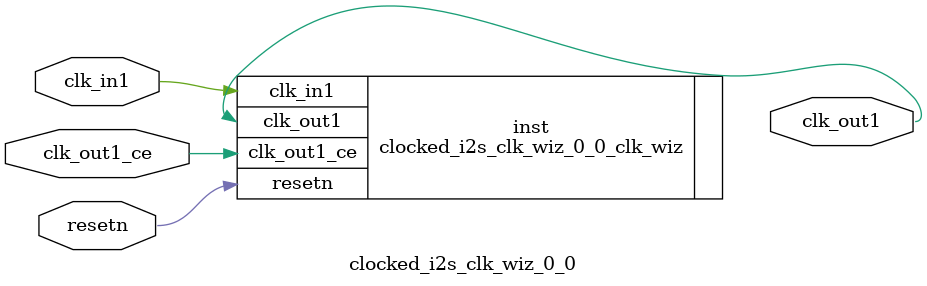
<source format=v>


`timescale 1ps/1ps

(* CORE_GENERATION_INFO = "clocked_i2s_clk_wiz_0_0,clk_wiz_v6_0_8_0_0,{component_name=clocked_i2s_clk_wiz_0_0,use_phase_alignment=true,use_min_o_jitter=false,use_max_i_jitter=false,use_dyn_phase_shift=false,use_inclk_switchover=false,use_dyn_reconfig=false,enable_axi=0,feedback_source=FDBK_AUTO,PRIMITIVE=MMCM,num_out_clk=1,clkin1_period=8.000,clkin2_period=10.0,use_power_down=false,use_reset=true,use_locked=false,use_inclk_stopped=false,feedback_type=SINGLE,CLOCK_MGR_TYPE=NA,manual_override=false}" *)

module clocked_i2s_clk_wiz_0_0 
 (
  // Clock out ports
  input         clk_out1_ce,
  output        clk_out1,
  // Status and control signals
  input         resetn,
 // Clock in ports
  input         clk_in1
 );

  clocked_i2s_clk_wiz_0_0_clk_wiz inst
  (
  // Clock out ports  
  .clk_out1_ce(clk_out1_ce),
  .clk_out1(clk_out1),
  // Status and control signals               
  .resetn(resetn), 
 // Clock in ports
  .clk_in1(clk_in1)
  );

endmodule

</source>
